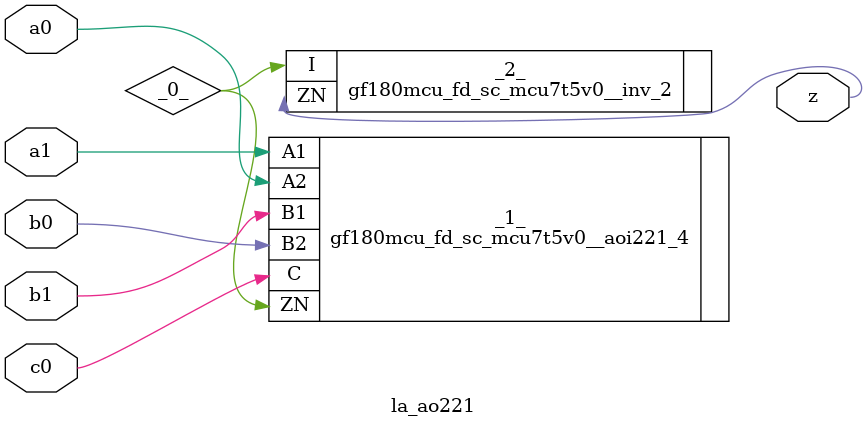
<source format=v>

/* Generated by Yosys 0.44 (git sha1 80ba43d26, g++ 11.4.0-1ubuntu1~22.04 -fPIC -O3) */

(* top =  1  *)
(* src = "generated" *)
(* keep_hierarchy *)
module la_ao221 (
    a0,
    a1,
    b0,
    b1,
    c0,
    z
);
  wire _0_;
  (* src = "generated" *)
  input a0;
  wire a0;
  (* src = "generated" *)
  input a1;
  wire a1;
  (* src = "generated" *)
  input b0;
  wire b0;
  (* src = "generated" *)
  input b1;
  wire b1;
  (* src = "generated" *)
  input c0;
  wire c0;
  (* src = "generated" *)
  output z;
  wire z;
  gf180mcu_fd_sc_mcu7t5v0__aoi221_4 _1_ (
      .A1(a1),
      .A2(a0),
      .B1(b1),
      .B2(b0),
      .C (c0),
      .ZN(_0_)
  );
  gf180mcu_fd_sc_mcu7t5v0__inv_2 _2_ (
      .I (_0_),
      .ZN(z)
  );
endmodule

</source>
